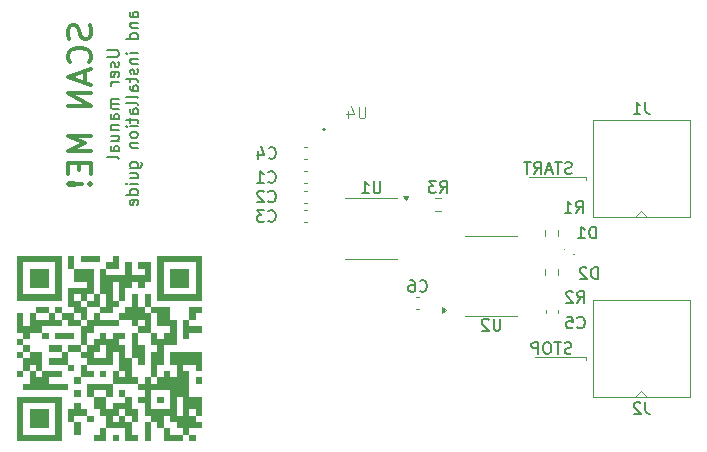
<source format=gbo>
G04 #@! TF.GenerationSoftware,KiCad,Pcbnew,8.0.3*
G04 #@! TF.CreationDate,2024-11-06T17:03:22+01:00*
G04 #@! TF.ProjectId,UNOtdc,554e4f74-6463-42e6-9b69-6361645f7063,1.10*
G04 #@! TF.SameCoordinates,Original*
G04 #@! TF.FileFunction,Legend,Bot*
G04 #@! TF.FilePolarity,Positive*
%FSLAX46Y46*%
G04 Gerber Fmt 4.6, Leading zero omitted, Abs format (unit mm)*
G04 Created by KiCad (PCBNEW 8.0.3) date 2024-11-06 17:03:22*
%MOMM*%
%LPD*%
G01*
G04 APERTURE LIST*
%ADD10C,0.100000*%
%ADD11C,0.300000*%
%ADD12C,0.150000*%
%ADD13C,0.120000*%
%ADD14C,0.000000*%
G04 APERTURE END LIST*
D10*
X122936000Y-78486000D02*
X122936000Y-78232000D01*
X118110000Y-62992000D02*
X122936000Y-62992000D01*
X122936000Y-63246000D02*
X122936000Y-62992000D01*
X118618000Y-78232000D02*
X122936000Y-78232000D01*
D11*
X80924400Y-50108320D02*
X81019638Y-50394034D01*
X81019638Y-50394034D02*
X81019638Y-50870225D01*
X81019638Y-50870225D02*
X80924400Y-51060701D01*
X80924400Y-51060701D02*
X80829161Y-51155939D01*
X80829161Y-51155939D02*
X80638685Y-51251177D01*
X80638685Y-51251177D02*
X80448209Y-51251177D01*
X80448209Y-51251177D02*
X80257733Y-51155939D01*
X80257733Y-51155939D02*
X80162495Y-51060701D01*
X80162495Y-51060701D02*
X80067257Y-50870225D01*
X80067257Y-50870225D02*
X79972019Y-50489272D01*
X79972019Y-50489272D02*
X79876780Y-50298796D01*
X79876780Y-50298796D02*
X79781542Y-50203558D01*
X79781542Y-50203558D02*
X79591066Y-50108320D01*
X79591066Y-50108320D02*
X79400590Y-50108320D01*
X79400590Y-50108320D02*
X79210114Y-50203558D01*
X79210114Y-50203558D02*
X79114876Y-50298796D01*
X79114876Y-50298796D02*
X79019638Y-50489272D01*
X79019638Y-50489272D02*
X79019638Y-50965463D01*
X79019638Y-50965463D02*
X79114876Y-51251177D01*
X80829161Y-53251177D02*
X80924400Y-53155939D01*
X80924400Y-53155939D02*
X81019638Y-52870225D01*
X81019638Y-52870225D02*
X81019638Y-52679749D01*
X81019638Y-52679749D02*
X80924400Y-52394034D01*
X80924400Y-52394034D02*
X80733923Y-52203558D01*
X80733923Y-52203558D02*
X80543447Y-52108320D01*
X80543447Y-52108320D02*
X80162495Y-52013082D01*
X80162495Y-52013082D02*
X79876780Y-52013082D01*
X79876780Y-52013082D02*
X79495828Y-52108320D01*
X79495828Y-52108320D02*
X79305352Y-52203558D01*
X79305352Y-52203558D02*
X79114876Y-52394034D01*
X79114876Y-52394034D02*
X79019638Y-52679749D01*
X79019638Y-52679749D02*
X79019638Y-52870225D01*
X79019638Y-52870225D02*
X79114876Y-53155939D01*
X79114876Y-53155939D02*
X79210114Y-53251177D01*
X80448209Y-54013082D02*
X80448209Y-54965463D01*
X81019638Y-53822606D02*
X79019638Y-54489272D01*
X79019638Y-54489272D02*
X81019638Y-55155939D01*
X81019638Y-55822606D02*
X79019638Y-55822606D01*
X79019638Y-55822606D02*
X81019638Y-56965463D01*
X81019638Y-56965463D02*
X79019638Y-56965463D01*
X81019638Y-59441654D02*
X79019638Y-59441654D01*
X79019638Y-59441654D02*
X80448209Y-60108321D01*
X80448209Y-60108321D02*
X79019638Y-60774987D01*
X79019638Y-60774987D02*
X81019638Y-60774987D01*
X79972019Y-61727368D02*
X79972019Y-62394035D01*
X81019638Y-62679749D02*
X81019638Y-61727368D01*
X81019638Y-61727368D02*
X79019638Y-61727368D01*
X79019638Y-61727368D02*
X79019638Y-62679749D01*
X80829161Y-63536892D02*
X80924400Y-63632130D01*
X80924400Y-63632130D02*
X81019638Y-63536892D01*
X81019638Y-63536892D02*
X80924400Y-63441654D01*
X80924400Y-63441654D02*
X80829161Y-63536892D01*
X80829161Y-63536892D02*
X81019638Y-63536892D01*
X80257733Y-63536892D02*
X79114876Y-63441654D01*
X79114876Y-63441654D02*
X79019638Y-63536892D01*
X79019638Y-63536892D02*
X79114876Y-63632130D01*
X79114876Y-63632130D02*
X80257733Y-63536892D01*
X80257733Y-63536892D02*
X79019638Y-63536892D01*
D12*
X82349875Y-52221428D02*
X83159398Y-52221428D01*
X83159398Y-52221428D02*
X83254636Y-52269047D01*
X83254636Y-52269047D02*
X83302256Y-52316666D01*
X83302256Y-52316666D02*
X83349875Y-52411904D01*
X83349875Y-52411904D02*
X83349875Y-52602380D01*
X83349875Y-52602380D02*
X83302256Y-52697618D01*
X83302256Y-52697618D02*
X83254636Y-52745237D01*
X83254636Y-52745237D02*
X83159398Y-52792856D01*
X83159398Y-52792856D02*
X82349875Y-52792856D01*
X83302256Y-53221428D02*
X83349875Y-53316666D01*
X83349875Y-53316666D02*
X83349875Y-53507142D01*
X83349875Y-53507142D02*
X83302256Y-53602380D01*
X83302256Y-53602380D02*
X83207017Y-53649999D01*
X83207017Y-53649999D02*
X83159398Y-53649999D01*
X83159398Y-53649999D02*
X83064160Y-53602380D01*
X83064160Y-53602380D02*
X83016541Y-53507142D01*
X83016541Y-53507142D02*
X83016541Y-53364285D01*
X83016541Y-53364285D02*
X82968922Y-53269047D01*
X82968922Y-53269047D02*
X82873684Y-53221428D01*
X82873684Y-53221428D02*
X82826065Y-53221428D01*
X82826065Y-53221428D02*
X82730827Y-53269047D01*
X82730827Y-53269047D02*
X82683208Y-53364285D01*
X82683208Y-53364285D02*
X82683208Y-53507142D01*
X82683208Y-53507142D02*
X82730827Y-53602380D01*
X83302256Y-54459523D02*
X83349875Y-54364285D01*
X83349875Y-54364285D02*
X83349875Y-54173809D01*
X83349875Y-54173809D02*
X83302256Y-54078571D01*
X83302256Y-54078571D02*
X83207017Y-54030952D01*
X83207017Y-54030952D02*
X82826065Y-54030952D01*
X82826065Y-54030952D02*
X82730827Y-54078571D01*
X82730827Y-54078571D02*
X82683208Y-54173809D01*
X82683208Y-54173809D02*
X82683208Y-54364285D01*
X82683208Y-54364285D02*
X82730827Y-54459523D01*
X82730827Y-54459523D02*
X82826065Y-54507142D01*
X82826065Y-54507142D02*
X82921303Y-54507142D01*
X82921303Y-54507142D02*
X83016541Y-54030952D01*
X83349875Y-54935714D02*
X82683208Y-54935714D01*
X82873684Y-54935714D02*
X82778446Y-54983333D01*
X82778446Y-54983333D02*
X82730827Y-55030952D01*
X82730827Y-55030952D02*
X82683208Y-55126190D01*
X82683208Y-55126190D02*
X82683208Y-55221428D01*
X83349875Y-56316667D02*
X82683208Y-56316667D01*
X82778446Y-56316667D02*
X82730827Y-56364286D01*
X82730827Y-56364286D02*
X82683208Y-56459524D01*
X82683208Y-56459524D02*
X82683208Y-56602381D01*
X82683208Y-56602381D02*
X82730827Y-56697619D01*
X82730827Y-56697619D02*
X82826065Y-56745238D01*
X82826065Y-56745238D02*
X83349875Y-56745238D01*
X82826065Y-56745238D02*
X82730827Y-56792857D01*
X82730827Y-56792857D02*
X82683208Y-56888095D01*
X82683208Y-56888095D02*
X82683208Y-57030952D01*
X82683208Y-57030952D02*
X82730827Y-57126191D01*
X82730827Y-57126191D02*
X82826065Y-57173810D01*
X82826065Y-57173810D02*
X83349875Y-57173810D01*
X83349875Y-58078571D02*
X82826065Y-58078571D01*
X82826065Y-58078571D02*
X82730827Y-58030952D01*
X82730827Y-58030952D02*
X82683208Y-57935714D01*
X82683208Y-57935714D02*
X82683208Y-57745238D01*
X82683208Y-57745238D02*
X82730827Y-57650000D01*
X83302256Y-58078571D02*
X83349875Y-57983333D01*
X83349875Y-57983333D02*
X83349875Y-57745238D01*
X83349875Y-57745238D02*
X83302256Y-57650000D01*
X83302256Y-57650000D02*
X83207017Y-57602381D01*
X83207017Y-57602381D02*
X83111779Y-57602381D01*
X83111779Y-57602381D02*
X83016541Y-57650000D01*
X83016541Y-57650000D02*
X82968922Y-57745238D01*
X82968922Y-57745238D02*
X82968922Y-57983333D01*
X82968922Y-57983333D02*
X82921303Y-58078571D01*
X82683208Y-58554762D02*
X83349875Y-58554762D01*
X82778446Y-58554762D02*
X82730827Y-58602381D01*
X82730827Y-58602381D02*
X82683208Y-58697619D01*
X82683208Y-58697619D02*
X82683208Y-58840476D01*
X82683208Y-58840476D02*
X82730827Y-58935714D01*
X82730827Y-58935714D02*
X82826065Y-58983333D01*
X82826065Y-58983333D02*
X83349875Y-58983333D01*
X82683208Y-59888095D02*
X83349875Y-59888095D01*
X82683208Y-59459524D02*
X83207017Y-59459524D01*
X83207017Y-59459524D02*
X83302256Y-59507143D01*
X83302256Y-59507143D02*
X83349875Y-59602381D01*
X83349875Y-59602381D02*
X83349875Y-59745238D01*
X83349875Y-59745238D02*
X83302256Y-59840476D01*
X83302256Y-59840476D02*
X83254636Y-59888095D01*
X83349875Y-60792857D02*
X82826065Y-60792857D01*
X82826065Y-60792857D02*
X82730827Y-60745238D01*
X82730827Y-60745238D02*
X82683208Y-60650000D01*
X82683208Y-60650000D02*
X82683208Y-60459524D01*
X82683208Y-60459524D02*
X82730827Y-60364286D01*
X83302256Y-60792857D02*
X83349875Y-60697619D01*
X83349875Y-60697619D02*
X83349875Y-60459524D01*
X83349875Y-60459524D02*
X83302256Y-60364286D01*
X83302256Y-60364286D02*
X83207017Y-60316667D01*
X83207017Y-60316667D02*
X83111779Y-60316667D01*
X83111779Y-60316667D02*
X83016541Y-60364286D01*
X83016541Y-60364286D02*
X82968922Y-60459524D01*
X82968922Y-60459524D02*
X82968922Y-60697619D01*
X82968922Y-60697619D02*
X82921303Y-60792857D01*
X83349875Y-61411905D02*
X83302256Y-61316667D01*
X83302256Y-61316667D02*
X83207017Y-61269048D01*
X83207017Y-61269048D02*
X82349875Y-61269048D01*
X84959819Y-49435713D02*
X84436009Y-49435713D01*
X84436009Y-49435713D02*
X84340771Y-49388094D01*
X84340771Y-49388094D02*
X84293152Y-49292856D01*
X84293152Y-49292856D02*
X84293152Y-49102380D01*
X84293152Y-49102380D02*
X84340771Y-49007142D01*
X84912200Y-49435713D02*
X84959819Y-49340475D01*
X84959819Y-49340475D02*
X84959819Y-49102380D01*
X84959819Y-49102380D02*
X84912200Y-49007142D01*
X84912200Y-49007142D02*
X84816961Y-48959523D01*
X84816961Y-48959523D02*
X84721723Y-48959523D01*
X84721723Y-48959523D02*
X84626485Y-49007142D01*
X84626485Y-49007142D02*
X84578866Y-49102380D01*
X84578866Y-49102380D02*
X84578866Y-49340475D01*
X84578866Y-49340475D02*
X84531247Y-49435713D01*
X84293152Y-49911904D02*
X84959819Y-49911904D01*
X84388390Y-49911904D02*
X84340771Y-49959523D01*
X84340771Y-49959523D02*
X84293152Y-50054761D01*
X84293152Y-50054761D02*
X84293152Y-50197618D01*
X84293152Y-50197618D02*
X84340771Y-50292856D01*
X84340771Y-50292856D02*
X84436009Y-50340475D01*
X84436009Y-50340475D02*
X84959819Y-50340475D01*
X84959819Y-51245237D02*
X83959819Y-51245237D01*
X84912200Y-51245237D02*
X84959819Y-51149999D01*
X84959819Y-51149999D02*
X84959819Y-50959523D01*
X84959819Y-50959523D02*
X84912200Y-50864285D01*
X84912200Y-50864285D02*
X84864580Y-50816666D01*
X84864580Y-50816666D02*
X84769342Y-50769047D01*
X84769342Y-50769047D02*
X84483628Y-50769047D01*
X84483628Y-50769047D02*
X84388390Y-50816666D01*
X84388390Y-50816666D02*
X84340771Y-50864285D01*
X84340771Y-50864285D02*
X84293152Y-50959523D01*
X84293152Y-50959523D02*
X84293152Y-51149999D01*
X84293152Y-51149999D02*
X84340771Y-51245237D01*
X84959819Y-52483333D02*
X84293152Y-52483333D01*
X83959819Y-52483333D02*
X84007438Y-52435714D01*
X84007438Y-52435714D02*
X84055057Y-52483333D01*
X84055057Y-52483333D02*
X84007438Y-52530952D01*
X84007438Y-52530952D02*
X83959819Y-52483333D01*
X83959819Y-52483333D02*
X84055057Y-52483333D01*
X84293152Y-52959523D02*
X84959819Y-52959523D01*
X84388390Y-52959523D02*
X84340771Y-53007142D01*
X84340771Y-53007142D02*
X84293152Y-53102380D01*
X84293152Y-53102380D02*
X84293152Y-53245237D01*
X84293152Y-53245237D02*
X84340771Y-53340475D01*
X84340771Y-53340475D02*
X84436009Y-53388094D01*
X84436009Y-53388094D02*
X84959819Y-53388094D01*
X84912200Y-53816666D02*
X84959819Y-53911904D01*
X84959819Y-53911904D02*
X84959819Y-54102380D01*
X84959819Y-54102380D02*
X84912200Y-54197618D01*
X84912200Y-54197618D02*
X84816961Y-54245237D01*
X84816961Y-54245237D02*
X84769342Y-54245237D01*
X84769342Y-54245237D02*
X84674104Y-54197618D01*
X84674104Y-54197618D02*
X84626485Y-54102380D01*
X84626485Y-54102380D02*
X84626485Y-53959523D01*
X84626485Y-53959523D02*
X84578866Y-53864285D01*
X84578866Y-53864285D02*
X84483628Y-53816666D01*
X84483628Y-53816666D02*
X84436009Y-53816666D01*
X84436009Y-53816666D02*
X84340771Y-53864285D01*
X84340771Y-53864285D02*
X84293152Y-53959523D01*
X84293152Y-53959523D02*
X84293152Y-54102380D01*
X84293152Y-54102380D02*
X84340771Y-54197618D01*
X84293152Y-54530952D02*
X84293152Y-54911904D01*
X83959819Y-54673809D02*
X84816961Y-54673809D01*
X84816961Y-54673809D02*
X84912200Y-54721428D01*
X84912200Y-54721428D02*
X84959819Y-54816666D01*
X84959819Y-54816666D02*
X84959819Y-54911904D01*
X84959819Y-55673809D02*
X84436009Y-55673809D01*
X84436009Y-55673809D02*
X84340771Y-55626190D01*
X84340771Y-55626190D02*
X84293152Y-55530952D01*
X84293152Y-55530952D02*
X84293152Y-55340476D01*
X84293152Y-55340476D02*
X84340771Y-55245238D01*
X84912200Y-55673809D02*
X84959819Y-55578571D01*
X84959819Y-55578571D02*
X84959819Y-55340476D01*
X84959819Y-55340476D02*
X84912200Y-55245238D01*
X84912200Y-55245238D02*
X84816961Y-55197619D01*
X84816961Y-55197619D02*
X84721723Y-55197619D01*
X84721723Y-55197619D02*
X84626485Y-55245238D01*
X84626485Y-55245238D02*
X84578866Y-55340476D01*
X84578866Y-55340476D02*
X84578866Y-55578571D01*
X84578866Y-55578571D02*
X84531247Y-55673809D01*
X84959819Y-56292857D02*
X84912200Y-56197619D01*
X84912200Y-56197619D02*
X84816961Y-56150000D01*
X84816961Y-56150000D02*
X83959819Y-56150000D01*
X84959819Y-56816667D02*
X84912200Y-56721429D01*
X84912200Y-56721429D02*
X84816961Y-56673810D01*
X84816961Y-56673810D02*
X83959819Y-56673810D01*
X84959819Y-57626191D02*
X84436009Y-57626191D01*
X84436009Y-57626191D02*
X84340771Y-57578572D01*
X84340771Y-57578572D02*
X84293152Y-57483334D01*
X84293152Y-57483334D02*
X84293152Y-57292858D01*
X84293152Y-57292858D02*
X84340771Y-57197620D01*
X84912200Y-57626191D02*
X84959819Y-57530953D01*
X84959819Y-57530953D02*
X84959819Y-57292858D01*
X84959819Y-57292858D02*
X84912200Y-57197620D01*
X84912200Y-57197620D02*
X84816961Y-57150001D01*
X84816961Y-57150001D02*
X84721723Y-57150001D01*
X84721723Y-57150001D02*
X84626485Y-57197620D01*
X84626485Y-57197620D02*
X84578866Y-57292858D01*
X84578866Y-57292858D02*
X84578866Y-57530953D01*
X84578866Y-57530953D02*
X84531247Y-57626191D01*
X84293152Y-57959525D02*
X84293152Y-58340477D01*
X83959819Y-58102382D02*
X84816961Y-58102382D01*
X84816961Y-58102382D02*
X84912200Y-58150001D01*
X84912200Y-58150001D02*
X84959819Y-58245239D01*
X84959819Y-58245239D02*
X84959819Y-58340477D01*
X84959819Y-58673811D02*
X84293152Y-58673811D01*
X83959819Y-58673811D02*
X84007438Y-58626192D01*
X84007438Y-58626192D02*
X84055057Y-58673811D01*
X84055057Y-58673811D02*
X84007438Y-58721430D01*
X84007438Y-58721430D02*
X83959819Y-58673811D01*
X83959819Y-58673811D02*
X84055057Y-58673811D01*
X84959819Y-59292858D02*
X84912200Y-59197620D01*
X84912200Y-59197620D02*
X84864580Y-59150001D01*
X84864580Y-59150001D02*
X84769342Y-59102382D01*
X84769342Y-59102382D02*
X84483628Y-59102382D01*
X84483628Y-59102382D02*
X84388390Y-59150001D01*
X84388390Y-59150001D02*
X84340771Y-59197620D01*
X84340771Y-59197620D02*
X84293152Y-59292858D01*
X84293152Y-59292858D02*
X84293152Y-59435715D01*
X84293152Y-59435715D02*
X84340771Y-59530953D01*
X84340771Y-59530953D02*
X84388390Y-59578572D01*
X84388390Y-59578572D02*
X84483628Y-59626191D01*
X84483628Y-59626191D02*
X84769342Y-59626191D01*
X84769342Y-59626191D02*
X84864580Y-59578572D01*
X84864580Y-59578572D02*
X84912200Y-59530953D01*
X84912200Y-59530953D02*
X84959819Y-59435715D01*
X84959819Y-59435715D02*
X84959819Y-59292858D01*
X84293152Y-60054763D02*
X84959819Y-60054763D01*
X84388390Y-60054763D02*
X84340771Y-60102382D01*
X84340771Y-60102382D02*
X84293152Y-60197620D01*
X84293152Y-60197620D02*
X84293152Y-60340477D01*
X84293152Y-60340477D02*
X84340771Y-60435715D01*
X84340771Y-60435715D02*
X84436009Y-60483334D01*
X84436009Y-60483334D02*
X84959819Y-60483334D01*
X84293152Y-62150001D02*
X85102676Y-62150001D01*
X85102676Y-62150001D02*
X85197914Y-62102382D01*
X85197914Y-62102382D02*
X85245533Y-62054763D01*
X85245533Y-62054763D02*
X85293152Y-61959525D01*
X85293152Y-61959525D02*
X85293152Y-61816668D01*
X85293152Y-61816668D02*
X85245533Y-61721430D01*
X84912200Y-62150001D02*
X84959819Y-62054763D01*
X84959819Y-62054763D02*
X84959819Y-61864287D01*
X84959819Y-61864287D02*
X84912200Y-61769049D01*
X84912200Y-61769049D02*
X84864580Y-61721430D01*
X84864580Y-61721430D02*
X84769342Y-61673811D01*
X84769342Y-61673811D02*
X84483628Y-61673811D01*
X84483628Y-61673811D02*
X84388390Y-61721430D01*
X84388390Y-61721430D02*
X84340771Y-61769049D01*
X84340771Y-61769049D02*
X84293152Y-61864287D01*
X84293152Y-61864287D02*
X84293152Y-62054763D01*
X84293152Y-62054763D02*
X84340771Y-62150001D01*
X84293152Y-63054763D02*
X84959819Y-63054763D01*
X84293152Y-62626192D02*
X84816961Y-62626192D01*
X84816961Y-62626192D02*
X84912200Y-62673811D01*
X84912200Y-62673811D02*
X84959819Y-62769049D01*
X84959819Y-62769049D02*
X84959819Y-62911906D01*
X84959819Y-62911906D02*
X84912200Y-63007144D01*
X84912200Y-63007144D02*
X84864580Y-63054763D01*
X84959819Y-63530954D02*
X84293152Y-63530954D01*
X83959819Y-63530954D02*
X84007438Y-63483335D01*
X84007438Y-63483335D02*
X84055057Y-63530954D01*
X84055057Y-63530954D02*
X84007438Y-63578573D01*
X84007438Y-63578573D02*
X83959819Y-63530954D01*
X83959819Y-63530954D02*
X84055057Y-63530954D01*
X84959819Y-64435715D02*
X83959819Y-64435715D01*
X84912200Y-64435715D02*
X84959819Y-64340477D01*
X84959819Y-64340477D02*
X84959819Y-64150001D01*
X84959819Y-64150001D02*
X84912200Y-64054763D01*
X84912200Y-64054763D02*
X84864580Y-64007144D01*
X84864580Y-64007144D02*
X84769342Y-63959525D01*
X84769342Y-63959525D02*
X84483628Y-63959525D01*
X84483628Y-63959525D02*
X84388390Y-64007144D01*
X84388390Y-64007144D02*
X84340771Y-64054763D01*
X84340771Y-64054763D02*
X84293152Y-64150001D01*
X84293152Y-64150001D02*
X84293152Y-64340477D01*
X84293152Y-64340477D02*
X84340771Y-64435715D01*
X84912200Y-65292858D02*
X84959819Y-65197620D01*
X84959819Y-65197620D02*
X84959819Y-65007144D01*
X84959819Y-65007144D02*
X84912200Y-64911906D01*
X84912200Y-64911906D02*
X84816961Y-64864287D01*
X84816961Y-64864287D02*
X84436009Y-64864287D01*
X84436009Y-64864287D02*
X84340771Y-64911906D01*
X84340771Y-64911906D02*
X84293152Y-65007144D01*
X84293152Y-65007144D02*
X84293152Y-65197620D01*
X84293152Y-65197620D02*
X84340771Y-65292858D01*
X84340771Y-65292858D02*
X84436009Y-65340477D01*
X84436009Y-65340477D02*
X84531247Y-65340477D01*
X84531247Y-65340477D02*
X84626485Y-64864287D01*
X127928333Y-56604819D02*
X127928333Y-57319104D01*
X127928333Y-57319104D02*
X127975952Y-57461961D01*
X127975952Y-57461961D02*
X128071190Y-57557200D01*
X128071190Y-57557200D02*
X128214047Y-57604819D01*
X128214047Y-57604819D02*
X128309285Y-57604819D01*
X126928333Y-57604819D02*
X127499761Y-57604819D01*
X127214047Y-57604819D02*
X127214047Y-56604819D01*
X127214047Y-56604819D02*
X127309285Y-56747676D01*
X127309285Y-56747676D02*
X127404523Y-56842914D01*
X127404523Y-56842914D02*
X127499761Y-56890533D01*
X121697190Y-62637200D02*
X121554333Y-62684819D01*
X121554333Y-62684819D02*
X121316238Y-62684819D01*
X121316238Y-62684819D02*
X121221000Y-62637200D01*
X121221000Y-62637200D02*
X121173381Y-62589580D01*
X121173381Y-62589580D02*
X121125762Y-62494342D01*
X121125762Y-62494342D02*
X121125762Y-62399104D01*
X121125762Y-62399104D02*
X121173381Y-62303866D01*
X121173381Y-62303866D02*
X121221000Y-62256247D01*
X121221000Y-62256247D02*
X121316238Y-62208628D01*
X121316238Y-62208628D02*
X121506714Y-62161009D01*
X121506714Y-62161009D02*
X121601952Y-62113390D01*
X121601952Y-62113390D02*
X121649571Y-62065771D01*
X121649571Y-62065771D02*
X121697190Y-61970533D01*
X121697190Y-61970533D02*
X121697190Y-61875295D01*
X121697190Y-61875295D02*
X121649571Y-61780057D01*
X121649571Y-61780057D02*
X121601952Y-61732438D01*
X121601952Y-61732438D02*
X121506714Y-61684819D01*
X121506714Y-61684819D02*
X121268619Y-61684819D01*
X121268619Y-61684819D02*
X121125762Y-61732438D01*
X120840047Y-61684819D02*
X120268619Y-61684819D01*
X120554333Y-62684819D02*
X120554333Y-61684819D01*
X119982904Y-62399104D02*
X119506714Y-62399104D01*
X120078142Y-62684819D02*
X119744809Y-61684819D01*
X119744809Y-61684819D02*
X119411476Y-62684819D01*
X118506714Y-62684819D02*
X118840047Y-62208628D01*
X119078142Y-62684819D02*
X119078142Y-61684819D01*
X119078142Y-61684819D02*
X118697190Y-61684819D01*
X118697190Y-61684819D02*
X118601952Y-61732438D01*
X118601952Y-61732438D02*
X118554333Y-61780057D01*
X118554333Y-61780057D02*
X118506714Y-61875295D01*
X118506714Y-61875295D02*
X118506714Y-62018152D01*
X118506714Y-62018152D02*
X118554333Y-62113390D01*
X118554333Y-62113390D02*
X118601952Y-62161009D01*
X118601952Y-62161009D02*
X118697190Y-62208628D01*
X118697190Y-62208628D02*
X119078142Y-62208628D01*
X118220999Y-61684819D02*
X117649571Y-61684819D01*
X117935285Y-62684819D02*
X117935285Y-61684819D01*
X123888094Y-71574819D02*
X123888094Y-70574819D01*
X123888094Y-70574819D02*
X123649999Y-70574819D01*
X123649999Y-70574819D02*
X123507142Y-70622438D01*
X123507142Y-70622438D02*
X123411904Y-70717676D01*
X123411904Y-70717676D02*
X123364285Y-70812914D01*
X123364285Y-70812914D02*
X123316666Y-71003390D01*
X123316666Y-71003390D02*
X123316666Y-71146247D01*
X123316666Y-71146247D02*
X123364285Y-71336723D01*
X123364285Y-71336723D02*
X123411904Y-71431961D01*
X123411904Y-71431961D02*
X123507142Y-71527200D01*
X123507142Y-71527200D02*
X123649999Y-71574819D01*
X123649999Y-71574819D02*
X123888094Y-71574819D01*
X122935713Y-70670057D02*
X122888094Y-70622438D01*
X122888094Y-70622438D02*
X122792856Y-70574819D01*
X122792856Y-70574819D02*
X122554761Y-70574819D01*
X122554761Y-70574819D02*
X122459523Y-70622438D01*
X122459523Y-70622438D02*
X122411904Y-70670057D01*
X122411904Y-70670057D02*
X122364285Y-70765295D01*
X122364285Y-70765295D02*
X122364285Y-70860533D01*
X122364285Y-70860533D02*
X122411904Y-71003390D01*
X122411904Y-71003390D02*
X122983332Y-71574819D01*
X122983332Y-71574819D02*
X122364285Y-71574819D01*
X96011666Y-65002580D02*
X96059285Y-65050200D01*
X96059285Y-65050200D02*
X96202142Y-65097819D01*
X96202142Y-65097819D02*
X96297380Y-65097819D01*
X96297380Y-65097819D02*
X96440237Y-65050200D01*
X96440237Y-65050200D02*
X96535475Y-64954961D01*
X96535475Y-64954961D02*
X96583094Y-64859723D01*
X96583094Y-64859723D02*
X96630713Y-64669247D01*
X96630713Y-64669247D02*
X96630713Y-64526390D01*
X96630713Y-64526390D02*
X96583094Y-64335914D01*
X96583094Y-64335914D02*
X96535475Y-64240676D01*
X96535475Y-64240676D02*
X96440237Y-64145438D01*
X96440237Y-64145438D02*
X96297380Y-64097819D01*
X96297380Y-64097819D02*
X96202142Y-64097819D01*
X96202142Y-64097819D02*
X96059285Y-64145438D01*
X96059285Y-64145438D02*
X96011666Y-64193057D01*
X95630713Y-64193057D02*
X95583094Y-64145438D01*
X95583094Y-64145438D02*
X95487856Y-64097819D01*
X95487856Y-64097819D02*
X95249761Y-64097819D01*
X95249761Y-64097819D02*
X95154523Y-64145438D01*
X95154523Y-64145438D02*
X95106904Y-64193057D01*
X95106904Y-64193057D02*
X95059285Y-64288295D01*
X95059285Y-64288295D02*
X95059285Y-64383533D01*
X95059285Y-64383533D02*
X95106904Y-64526390D01*
X95106904Y-64526390D02*
X95678332Y-65097819D01*
X95678332Y-65097819D02*
X95059285Y-65097819D01*
X96011666Y-63351580D02*
X96059285Y-63399200D01*
X96059285Y-63399200D02*
X96202142Y-63446819D01*
X96202142Y-63446819D02*
X96297380Y-63446819D01*
X96297380Y-63446819D02*
X96440237Y-63399200D01*
X96440237Y-63399200D02*
X96535475Y-63303961D01*
X96535475Y-63303961D02*
X96583094Y-63208723D01*
X96583094Y-63208723D02*
X96630713Y-63018247D01*
X96630713Y-63018247D02*
X96630713Y-62875390D01*
X96630713Y-62875390D02*
X96583094Y-62684914D01*
X96583094Y-62684914D02*
X96535475Y-62589676D01*
X96535475Y-62589676D02*
X96440237Y-62494438D01*
X96440237Y-62494438D02*
X96297380Y-62446819D01*
X96297380Y-62446819D02*
X96202142Y-62446819D01*
X96202142Y-62446819D02*
X96059285Y-62494438D01*
X96059285Y-62494438D02*
X96011666Y-62542057D01*
X95059285Y-63446819D02*
X95630713Y-63446819D01*
X95344999Y-63446819D02*
X95344999Y-62446819D01*
X95344999Y-62446819D02*
X95440237Y-62589676D01*
X95440237Y-62589676D02*
X95535475Y-62684914D01*
X95535475Y-62684914D02*
X95630713Y-62732533D01*
X127928333Y-82004819D02*
X127928333Y-82719104D01*
X127928333Y-82719104D02*
X127975952Y-82861961D01*
X127975952Y-82861961D02*
X128071190Y-82957200D01*
X128071190Y-82957200D02*
X128214047Y-83004819D01*
X128214047Y-83004819D02*
X128309285Y-83004819D01*
X127499761Y-82100057D02*
X127452142Y-82052438D01*
X127452142Y-82052438D02*
X127356904Y-82004819D01*
X127356904Y-82004819D02*
X127118809Y-82004819D01*
X127118809Y-82004819D02*
X127023571Y-82052438D01*
X127023571Y-82052438D02*
X126975952Y-82100057D01*
X126975952Y-82100057D02*
X126928333Y-82195295D01*
X126928333Y-82195295D02*
X126928333Y-82290533D01*
X126928333Y-82290533D02*
X126975952Y-82433390D01*
X126975952Y-82433390D02*
X127547380Y-83004819D01*
X127547380Y-83004819D02*
X126928333Y-83004819D01*
X121665475Y-77877200D02*
X121522618Y-77924819D01*
X121522618Y-77924819D02*
X121284523Y-77924819D01*
X121284523Y-77924819D02*
X121189285Y-77877200D01*
X121189285Y-77877200D02*
X121141666Y-77829580D01*
X121141666Y-77829580D02*
X121094047Y-77734342D01*
X121094047Y-77734342D02*
X121094047Y-77639104D01*
X121094047Y-77639104D02*
X121141666Y-77543866D01*
X121141666Y-77543866D02*
X121189285Y-77496247D01*
X121189285Y-77496247D02*
X121284523Y-77448628D01*
X121284523Y-77448628D02*
X121474999Y-77401009D01*
X121474999Y-77401009D02*
X121570237Y-77353390D01*
X121570237Y-77353390D02*
X121617856Y-77305771D01*
X121617856Y-77305771D02*
X121665475Y-77210533D01*
X121665475Y-77210533D02*
X121665475Y-77115295D01*
X121665475Y-77115295D02*
X121617856Y-77020057D01*
X121617856Y-77020057D02*
X121570237Y-76972438D01*
X121570237Y-76972438D02*
X121474999Y-76924819D01*
X121474999Y-76924819D02*
X121236904Y-76924819D01*
X121236904Y-76924819D02*
X121094047Y-76972438D01*
X120808332Y-76924819D02*
X120236904Y-76924819D01*
X120522618Y-77924819D02*
X120522618Y-76924819D01*
X119713094Y-76924819D02*
X119522618Y-76924819D01*
X119522618Y-76924819D02*
X119427380Y-76972438D01*
X119427380Y-76972438D02*
X119332142Y-77067676D01*
X119332142Y-77067676D02*
X119284523Y-77258152D01*
X119284523Y-77258152D02*
X119284523Y-77591485D01*
X119284523Y-77591485D02*
X119332142Y-77781961D01*
X119332142Y-77781961D02*
X119427380Y-77877200D01*
X119427380Y-77877200D02*
X119522618Y-77924819D01*
X119522618Y-77924819D02*
X119713094Y-77924819D01*
X119713094Y-77924819D02*
X119808332Y-77877200D01*
X119808332Y-77877200D02*
X119903570Y-77781961D01*
X119903570Y-77781961D02*
X119951189Y-77591485D01*
X119951189Y-77591485D02*
X119951189Y-77258152D01*
X119951189Y-77258152D02*
X119903570Y-77067676D01*
X119903570Y-77067676D02*
X119808332Y-76972438D01*
X119808332Y-76972438D02*
X119713094Y-76924819D01*
X118855951Y-77924819D02*
X118855951Y-76924819D01*
X118855951Y-76924819D02*
X118474999Y-76924819D01*
X118474999Y-76924819D02*
X118379761Y-76972438D01*
X118379761Y-76972438D02*
X118332142Y-77020057D01*
X118332142Y-77020057D02*
X118284523Y-77115295D01*
X118284523Y-77115295D02*
X118284523Y-77258152D01*
X118284523Y-77258152D02*
X118332142Y-77353390D01*
X118332142Y-77353390D02*
X118379761Y-77401009D01*
X118379761Y-77401009D02*
X118474999Y-77448628D01*
X118474999Y-77448628D02*
X118855951Y-77448628D01*
X123761094Y-68145819D02*
X123761094Y-67145819D01*
X123761094Y-67145819D02*
X123522999Y-67145819D01*
X123522999Y-67145819D02*
X123380142Y-67193438D01*
X123380142Y-67193438D02*
X123284904Y-67288676D01*
X123284904Y-67288676D02*
X123237285Y-67383914D01*
X123237285Y-67383914D02*
X123189666Y-67574390D01*
X123189666Y-67574390D02*
X123189666Y-67717247D01*
X123189666Y-67717247D02*
X123237285Y-67907723D01*
X123237285Y-67907723D02*
X123284904Y-68002961D01*
X123284904Y-68002961D02*
X123380142Y-68098200D01*
X123380142Y-68098200D02*
X123522999Y-68145819D01*
X123522999Y-68145819D02*
X123761094Y-68145819D01*
X122237285Y-68145819D02*
X122808713Y-68145819D01*
X122522999Y-68145819D02*
X122522999Y-67145819D01*
X122522999Y-67145819D02*
X122618237Y-67288676D01*
X122618237Y-67288676D02*
X122713475Y-67383914D01*
X122713475Y-67383914D02*
X122808713Y-67431533D01*
X96026266Y-61319580D02*
X96073885Y-61367200D01*
X96073885Y-61367200D02*
X96216742Y-61414819D01*
X96216742Y-61414819D02*
X96311980Y-61414819D01*
X96311980Y-61414819D02*
X96454837Y-61367200D01*
X96454837Y-61367200D02*
X96550075Y-61271961D01*
X96550075Y-61271961D02*
X96597694Y-61176723D01*
X96597694Y-61176723D02*
X96645313Y-60986247D01*
X96645313Y-60986247D02*
X96645313Y-60843390D01*
X96645313Y-60843390D02*
X96597694Y-60652914D01*
X96597694Y-60652914D02*
X96550075Y-60557676D01*
X96550075Y-60557676D02*
X96454837Y-60462438D01*
X96454837Y-60462438D02*
X96311980Y-60414819D01*
X96311980Y-60414819D02*
X96216742Y-60414819D01*
X96216742Y-60414819D02*
X96073885Y-60462438D01*
X96073885Y-60462438D02*
X96026266Y-60510057D01*
X95169123Y-60748152D02*
X95169123Y-61414819D01*
X95407218Y-60367200D02*
X95645313Y-61081485D01*
X95645313Y-61081485D02*
X95026266Y-61081485D01*
X122173666Y-75670580D02*
X122221285Y-75718200D01*
X122221285Y-75718200D02*
X122364142Y-75765819D01*
X122364142Y-75765819D02*
X122459380Y-75765819D01*
X122459380Y-75765819D02*
X122602237Y-75718200D01*
X122602237Y-75718200D02*
X122697475Y-75622961D01*
X122697475Y-75622961D02*
X122745094Y-75527723D01*
X122745094Y-75527723D02*
X122792713Y-75337247D01*
X122792713Y-75337247D02*
X122792713Y-75194390D01*
X122792713Y-75194390D02*
X122745094Y-75003914D01*
X122745094Y-75003914D02*
X122697475Y-74908676D01*
X122697475Y-74908676D02*
X122602237Y-74813438D01*
X122602237Y-74813438D02*
X122459380Y-74765819D01*
X122459380Y-74765819D02*
X122364142Y-74765819D01*
X122364142Y-74765819D02*
X122221285Y-74813438D01*
X122221285Y-74813438D02*
X122173666Y-74861057D01*
X121268904Y-74765819D02*
X121745094Y-74765819D01*
X121745094Y-74765819D02*
X121792713Y-75242009D01*
X121792713Y-75242009D02*
X121745094Y-75194390D01*
X121745094Y-75194390D02*
X121649856Y-75146771D01*
X121649856Y-75146771D02*
X121411761Y-75146771D01*
X121411761Y-75146771D02*
X121316523Y-75194390D01*
X121316523Y-75194390D02*
X121268904Y-75242009D01*
X121268904Y-75242009D02*
X121221285Y-75337247D01*
X121221285Y-75337247D02*
X121221285Y-75575342D01*
X121221285Y-75575342D02*
X121268904Y-75670580D01*
X121268904Y-75670580D02*
X121316523Y-75718200D01*
X121316523Y-75718200D02*
X121411761Y-75765819D01*
X121411761Y-75765819D02*
X121649856Y-75765819D01*
X121649856Y-75765819D02*
X121745094Y-75718200D01*
X121745094Y-75718200D02*
X121792713Y-75670580D01*
X110552666Y-64302819D02*
X110885999Y-63826628D01*
X111124094Y-64302819D02*
X111124094Y-63302819D01*
X111124094Y-63302819D02*
X110743142Y-63302819D01*
X110743142Y-63302819D02*
X110647904Y-63350438D01*
X110647904Y-63350438D02*
X110600285Y-63398057D01*
X110600285Y-63398057D02*
X110552666Y-63493295D01*
X110552666Y-63493295D02*
X110552666Y-63636152D01*
X110552666Y-63636152D02*
X110600285Y-63731390D01*
X110600285Y-63731390D02*
X110647904Y-63779009D01*
X110647904Y-63779009D02*
X110743142Y-63826628D01*
X110743142Y-63826628D02*
X111124094Y-63826628D01*
X110219332Y-63302819D02*
X109600285Y-63302819D01*
X109600285Y-63302819D02*
X109933618Y-63683771D01*
X109933618Y-63683771D02*
X109790761Y-63683771D01*
X109790761Y-63683771D02*
X109695523Y-63731390D01*
X109695523Y-63731390D02*
X109647904Y-63779009D01*
X109647904Y-63779009D02*
X109600285Y-63874247D01*
X109600285Y-63874247D02*
X109600285Y-64112342D01*
X109600285Y-64112342D02*
X109647904Y-64207580D01*
X109647904Y-64207580D02*
X109695523Y-64255200D01*
X109695523Y-64255200D02*
X109790761Y-64302819D01*
X109790761Y-64302819D02*
X110076475Y-64302819D01*
X110076475Y-64302819D02*
X110171713Y-64255200D01*
X110171713Y-64255200D02*
X110219332Y-64207580D01*
D10*
X104226904Y-56988419D02*
X104226904Y-57797942D01*
X104226904Y-57797942D02*
X104179285Y-57893180D01*
X104179285Y-57893180D02*
X104131666Y-57940800D01*
X104131666Y-57940800D02*
X104036428Y-57988419D01*
X104036428Y-57988419D02*
X103845952Y-57988419D01*
X103845952Y-57988419D02*
X103750714Y-57940800D01*
X103750714Y-57940800D02*
X103703095Y-57893180D01*
X103703095Y-57893180D02*
X103655476Y-57797942D01*
X103655476Y-57797942D02*
X103655476Y-56988419D01*
X102750714Y-57321752D02*
X102750714Y-57988419D01*
X102988809Y-56940800D02*
X103226904Y-57655085D01*
X103226904Y-57655085D02*
X102607857Y-57655085D01*
D12*
X108825666Y-72589580D02*
X108873285Y-72637200D01*
X108873285Y-72637200D02*
X109016142Y-72684819D01*
X109016142Y-72684819D02*
X109111380Y-72684819D01*
X109111380Y-72684819D02*
X109254237Y-72637200D01*
X109254237Y-72637200D02*
X109349475Y-72541961D01*
X109349475Y-72541961D02*
X109397094Y-72446723D01*
X109397094Y-72446723D02*
X109444713Y-72256247D01*
X109444713Y-72256247D02*
X109444713Y-72113390D01*
X109444713Y-72113390D02*
X109397094Y-71922914D01*
X109397094Y-71922914D02*
X109349475Y-71827676D01*
X109349475Y-71827676D02*
X109254237Y-71732438D01*
X109254237Y-71732438D02*
X109111380Y-71684819D01*
X109111380Y-71684819D02*
X109016142Y-71684819D01*
X109016142Y-71684819D02*
X108873285Y-71732438D01*
X108873285Y-71732438D02*
X108825666Y-71780057D01*
X107968523Y-71684819D02*
X108158999Y-71684819D01*
X108158999Y-71684819D02*
X108254237Y-71732438D01*
X108254237Y-71732438D02*
X108301856Y-71780057D01*
X108301856Y-71780057D02*
X108397094Y-71922914D01*
X108397094Y-71922914D02*
X108444713Y-72113390D01*
X108444713Y-72113390D02*
X108444713Y-72494342D01*
X108444713Y-72494342D02*
X108397094Y-72589580D01*
X108397094Y-72589580D02*
X108349475Y-72637200D01*
X108349475Y-72637200D02*
X108254237Y-72684819D01*
X108254237Y-72684819D02*
X108063761Y-72684819D01*
X108063761Y-72684819D02*
X107968523Y-72637200D01*
X107968523Y-72637200D02*
X107920904Y-72589580D01*
X107920904Y-72589580D02*
X107873285Y-72494342D01*
X107873285Y-72494342D02*
X107873285Y-72256247D01*
X107873285Y-72256247D02*
X107920904Y-72161009D01*
X107920904Y-72161009D02*
X107968523Y-72113390D01*
X107968523Y-72113390D02*
X108063761Y-72065771D01*
X108063761Y-72065771D02*
X108254237Y-72065771D01*
X108254237Y-72065771D02*
X108349475Y-72113390D01*
X108349475Y-72113390D02*
X108397094Y-72161009D01*
X108397094Y-72161009D02*
X108444713Y-72256247D01*
X96011666Y-66653580D02*
X96059285Y-66701200D01*
X96059285Y-66701200D02*
X96202142Y-66748819D01*
X96202142Y-66748819D02*
X96297380Y-66748819D01*
X96297380Y-66748819D02*
X96440237Y-66701200D01*
X96440237Y-66701200D02*
X96535475Y-66605961D01*
X96535475Y-66605961D02*
X96583094Y-66510723D01*
X96583094Y-66510723D02*
X96630713Y-66320247D01*
X96630713Y-66320247D02*
X96630713Y-66177390D01*
X96630713Y-66177390D02*
X96583094Y-65986914D01*
X96583094Y-65986914D02*
X96535475Y-65891676D01*
X96535475Y-65891676D02*
X96440237Y-65796438D01*
X96440237Y-65796438D02*
X96297380Y-65748819D01*
X96297380Y-65748819D02*
X96202142Y-65748819D01*
X96202142Y-65748819D02*
X96059285Y-65796438D01*
X96059285Y-65796438D02*
X96011666Y-65844057D01*
X95678332Y-65748819D02*
X95059285Y-65748819D01*
X95059285Y-65748819D02*
X95392618Y-66129771D01*
X95392618Y-66129771D02*
X95249761Y-66129771D01*
X95249761Y-66129771D02*
X95154523Y-66177390D01*
X95154523Y-66177390D02*
X95106904Y-66225009D01*
X95106904Y-66225009D02*
X95059285Y-66320247D01*
X95059285Y-66320247D02*
X95059285Y-66558342D01*
X95059285Y-66558342D02*
X95106904Y-66653580D01*
X95106904Y-66653580D02*
X95154523Y-66701200D01*
X95154523Y-66701200D02*
X95249761Y-66748819D01*
X95249761Y-66748819D02*
X95535475Y-66748819D01*
X95535475Y-66748819D02*
X95630713Y-66701200D01*
X95630713Y-66701200D02*
X95678332Y-66653580D01*
X122046666Y-65986819D02*
X122379999Y-65510628D01*
X122618094Y-65986819D02*
X122618094Y-64986819D01*
X122618094Y-64986819D02*
X122237142Y-64986819D01*
X122237142Y-64986819D02*
X122141904Y-65034438D01*
X122141904Y-65034438D02*
X122094285Y-65082057D01*
X122094285Y-65082057D02*
X122046666Y-65177295D01*
X122046666Y-65177295D02*
X122046666Y-65320152D01*
X122046666Y-65320152D02*
X122094285Y-65415390D01*
X122094285Y-65415390D02*
X122141904Y-65463009D01*
X122141904Y-65463009D02*
X122237142Y-65510628D01*
X122237142Y-65510628D02*
X122618094Y-65510628D01*
X121094285Y-65986819D02*
X121665713Y-65986819D01*
X121379999Y-65986819D02*
X121379999Y-64986819D01*
X121379999Y-64986819D02*
X121475237Y-65129676D01*
X121475237Y-65129676D02*
X121570475Y-65224914D01*
X121570475Y-65224914D02*
X121665713Y-65272533D01*
X115656904Y-74957819D02*
X115656904Y-75767342D01*
X115656904Y-75767342D02*
X115609285Y-75862580D01*
X115609285Y-75862580D02*
X115561666Y-75910200D01*
X115561666Y-75910200D02*
X115466428Y-75957819D01*
X115466428Y-75957819D02*
X115275952Y-75957819D01*
X115275952Y-75957819D02*
X115180714Y-75910200D01*
X115180714Y-75910200D02*
X115133095Y-75862580D01*
X115133095Y-75862580D02*
X115085476Y-75767342D01*
X115085476Y-75767342D02*
X115085476Y-74957819D01*
X114656904Y-75053057D02*
X114609285Y-75005438D01*
X114609285Y-75005438D02*
X114514047Y-74957819D01*
X114514047Y-74957819D02*
X114275952Y-74957819D01*
X114275952Y-74957819D02*
X114180714Y-75005438D01*
X114180714Y-75005438D02*
X114133095Y-75053057D01*
X114133095Y-75053057D02*
X114085476Y-75148295D01*
X114085476Y-75148295D02*
X114085476Y-75243533D01*
X114085476Y-75243533D02*
X114133095Y-75386390D01*
X114133095Y-75386390D02*
X114704523Y-75957819D01*
X114704523Y-75957819D02*
X114085476Y-75957819D01*
X105496904Y-63314819D02*
X105496904Y-64124342D01*
X105496904Y-64124342D02*
X105449285Y-64219580D01*
X105449285Y-64219580D02*
X105401666Y-64267200D01*
X105401666Y-64267200D02*
X105306428Y-64314819D01*
X105306428Y-64314819D02*
X105115952Y-64314819D01*
X105115952Y-64314819D02*
X105020714Y-64267200D01*
X105020714Y-64267200D02*
X104973095Y-64219580D01*
X104973095Y-64219580D02*
X104925476Y-64124342D01*
X104925476Y-64124342D02*
X104925476Y-63314819D01*
X103925476Y-64314819D02*
X104496904Y-64314819D01*
X104211190Y-64314819D02*
X104211190Y-63314819D01*
X104211190Y-63314819D02*
X104306428Y-63457676D01*
X104306428Y-63457676D02*
X104401666Y-63552914D01*
X104401666Y-63552914D02*
X104496904Y-63600533D01*
X122173666Y-73606819D02*
X122506999Y-73130628D01*
X122745094Y-73606819D02*
X122745094Y-72606819D01*
X122745094Y-72606819D02*
X122364142Y-72606819D01*
X122364142Y-72606819D02*
X122268904Y-72654438D01*
X122268904Y-72654438D02*
X122221285Y-72702057D01*
X122221285Y-72702057D02*
X122173666Y-72797295D01*
X122173666Y-72797295D02*
X122173666Y-72940152D01*
X122173666Y-72940152D02*
X122221285Y-73035390D01*
X122221285Y-73035390D02*
X122268904Y-73083009D01*
X122268904Y-73083009D02*
X122364142Y-73130628D01*
X122364142Y-73130628D02*
X122745094Y-73130628D01*
X121792713Y-72702057D02*
X121745094Y-72654438D01*
X121745094Y-72654438D02*
X121649856Y-72606819D01*
X121649856Y-72606819D02*
X121411761Y-72606819D01*
X121411761Y-72606819D02*
X121316523Y-72654438D01*
X121316523Y-72654438D02*
X121268904Y-72702057D01*
X121268904Y-72702057D02*
X121221285Y-72797295D01*
X121221285Y-72797295D02*
X121221285Y-72892533D01*
X121221285Y-72892533D02*
X121268904Y-73035390D01*
X121268904Y-73035390D02*
X121840332Y-73606819D01*
X121840332Y-73606819D02*
X121221285Y-73606819D01*
D13*
X123495000Y-58130000D02*
X123495000Y-66330000D01*
X123495000Y-58130000D02*
X131695000Y-58130000D01*
X123495000Y-66330000D02*
X131695000Y-66330000D01*
X127595000Y-65830000D02*
X127095000Y-66330000D01*
X128095000Y-66330000D02*
X127595000Y-65830000D01*
X131695000Y-58130000D02*
X131695000Y-66330000D01*
D10*
X121949000Y-69539000D02*
G75*
G02*
X121849000Y-69539000I-50000J0D01*
G01*
X121849000Y-69539000D02*
G75*
G02*
X121949000Y-69539000I50000J0D01*
G01*
D13*
X99287580Y-64133000D02*
X99006420Y-64133000D01*
X99287580Y-65153000D02*
X99006420Y-65153000D01*
X99287580Y-62482000D02*
X99006420Y-62482000D01*
X99287580Y-63502000D02*
X99006420Y-63502000D01*
X123495000Y-73370000D02*
X123495000Y-81570000D01*
X123495000Y-73370000D02*
X131695000Y-73370000D01*
X123495000Y-81570000D02*
X131695000Y-81570000D01*
X127595000Y-81070000D02*
X127095000Y-81570000D01*
X128095000Y-81570000D02*
X127595000Y-81070000D01*
X131695000Y-73370000D02*
X131695000Y-81570000D01*
D10*
X121149000Y-69122000D02*
G75*
G02*
X121049000Y-69122000I-50000J0D01*
G01*
X121049000Y-69122000D02*
G75*
G02*
X121149000Y-69122000I50000J0D01*
G01*
D13*
X99006420Y-60450000D02*
X99287580Y-60450000D01*
X99006420Y-61470000D02*
X99287580Y-61470000D01*
X119515800Y-74473980D02*
X119515800Y-74192820D01*
X120535800Y-74473980D02*
X120535800Y-74192820D01*
X110148742Y-64755500D02*
X110623258Y-64755500D01*
X110148742Y-65800500D02*
X110623258Y-65800500D01*
D14*
G36*
X77422402Y-71531073D02*
G01*
X77422402Y-72342402D01*
X76611073Y-72342402D01*
X75799745Y-72342402D01*
X75799745Y-71531073D01*
X75799745Y-70719745D01*
X76611073Y-70719745D01*
X77422402Y-70719745D01*
X77422402Y-71531073D01*
G37*
G36*
X77422402Y-83430562D02*
G01*
X77422402Y-84241891D01*
X76611073Y-84241891D01*
X75799745Y-84241891D01*
X75799745Y-83430562D01*
X75799745Y-82619234D01*
X76611073Y-82619234D01*
X77422402Y-82619234D01*
X77422402Y-83430562D01*
G37*
G36*
X77422402Y-76399046D02*
G01*
X77422402Y-76669489D01*
X77151959Y-76669489D01*
X76881516Y-76669489D01*
X76881516Y-76399046D01*
X76881516Y-76128603D01*
X77151959Y-76128603D01*
X77422402Y-76128603D01*
X77422402Y-76399046D01*
G37*
G36*
X79585946Y-76399046D02*
G01*
X79585946Y-76669489D01*
X78774617Y-76669489D01*
X77963288Y-76669489D01*
X77963288Y-76399046D01*
X77963288Y-76128603D01*
X78774617Y-76128603D01*
X79585946Y-76128603D01*
X79585946Y-76399046D01*
G37*
G36*
X79585946Y-70178859D02*
G01*
X79585946Y-70719745D01*
X79315503Y-70719745D01*
X79045060Y-70719745D01*
X79045060Y-70178859D01*
X79045060Y-69637973D01*
X79315503Y-69637973D01*
X79585946Y-69637973D01*
X79585946Y-70178859D01*
G37*
G36*
X79585946Y-79103475D02*
G01*
X79585946Y-79373918D01*
X79315503Y-79373918D01*
X79045060Y-79373918D01*
X79045060Y-79103475D01*
X79045060Y-78833033D01*
X79315503Y-78833033D01*
X79585946Y-78833033D01*
X79585946Y-79103475D01*
G37*
G36*
X80126832Y-81267019D02*
G01*
X80126832Y-81537462D01*
X79856389Y-81537462D01*
X79585946Y-81537462D01*
X79585946Y-81267019D01*
X79585946Y-80996576D01*
X79856389Y-80996576D01*
X80126832Y-80996576D01*
X80126832Y-81267019D01*
G37*
G36*
X80126832Y-84241891D02*
G01*
X80126832Y-84782777D01*
X79856389Y-84782777D01*
X79585946Y-84782777D01*
X79585946Y-84241891D01*
X79585946Y-83701005D01*
X79856389Y-83701005D01*
X80126832Y-83701005D01*
X80126832Y-84241891D01*
G37*
G36*
X81749489Y-69908416D02*
G01*
X81749489Y-70178859D01*
X80938160Y-70178859D01*
X80126832Y-70178859D01*
X80126832Y-69908416D01*
X80126832Y-69637973D01*
X80938160Y-69637973D01*
X81749489Y-69637973D01*
X81749489Y-69908416D01*
G37*
G36*
X81208603Y-83430562D02*
G01*
X81208603Y-83701005D01*
X80938160Y-83701005D01*
X80667717Y-83701005D01*
X80667717Y-83430562D01*
X80667717Y-83160119D01*
X80938160Y-83160119D01*
X81208603Y-83160119D01*
X81208603Y-83430562D01*
G37*
G36*
X82290375Y-79644361D02*
G01*
X82290375Y-79914804D01*
X82019932Y-79914804D01*
X81749489Y-79914804D01*
X81749489Y-79644361D01*
X81749489Y-79373918D01*
X82019932Y-79373918D01*
X82290375Y-79373918D01*
X82290375Y-79644361D01*
G37*
G36*
X83372147Y-85053220D02*
G01*
X83372147Y-85323663D01*
X83101704Y-85323663D01*
X82831261Y-85323663D01*
X82831261Y-85053220D01*
X82831261Y-84782777D01*
X83101704Y-84782777D01*
X83372147Y-84782777D01*
X83372147Y-85053220D01*
G37*
G36*
X87158348Y-81807905D02*
G01*
X87158348Y-82078348D01*
X86887905Y-82078348D01*
X86617462Y-82078348D01*
X86617462Y-81807905D01*
X86617462Y-81537462D01*
X86887905Y-81537462D01*
X87158348Y-81537462D01*
X87158348Y-81807905D01*
G37*
G36*
X89321891Y-71531073D02*
G01*
X89321891Y-72342402D01*
X88510562Y-72342402D01*
X87699234Y-72342402D01*
X87699234Y-71531073D01*
X87699234Y-70719745D01*
X88510562Y-70719745D01*
X89321891Y-70719745D01*
X89321891Y-71531073D01*
G37*
G36*
X89862777Y-85053220D02*
G01*
X89862777Y-85323663D01*
X89592334Y-85323663D01*
X89321891Y-85323663D01*
X89321891Y-85053220D01*
X89321891Y-84782777D01*
X89592334Y-84782777D01*
X89862777Y-84782777D01*
X89862777Y-85053220D01*
G37*
G36*
X90403663Y-80185247D02*
G01*
X90403663Y-80455690D01*
X90133220Y-80455690D01*
X89862777Y-80455690D01*
X89862777Y-80185247D01*
X89862777Y-79914804D01*
X90133220Y-79914804D01*
X90403663Y-79914804D01*
X90403663Y-80185247D01*
G37*
G36*
X84994804Y-76669489D02*
G01*
X84994804Y-77210375D01*
X85265247Y-77210375D01*
X85535690Y-77210375D01*
X85535690Y-78021704D01*
X85535690Y-78833033D01*
X85265247Y-78833033D01*
X84994804Y-78833033D01*
X84994804Y-78562590D01*
X84994804Y-78292147D01*
X84724361Y-78292147D01*
X84453918Y-78292147D01*
X84453918Y-77210375D01*
X84453918Y-76128603D01*
X84724361Y-76128603D01*
X84994804Y-76128603D01*
X84994804Y-76669489D01*
G37*
G36*
X76611073Y-69637973D02*
G01*
X78504174Y-69637973D01*
X78504174Y-71531073D01*
X78504174Y-73424174D01*
X76611073Y-73424174D01*
X74717973Y-73424174D01*
X74717973Y-71531073D01*
X74717973Y-70178859D01*
X75258859Y-70178859D01*
X75258859Y-71531073D01*
X75258859Y-72883288D01*
X76611073Y-72883288D01*
X77963288Y-72883288D01*
X77963288Y-71531073D01*
X77963288Y-70178859D01*
X76611073Y-70178859D01*
X75258859Y-70178859D01*
X74717973Y-70178859D01*
X74717973Y-69637973D01*
X76611073Y-69637973D01*
G37*
G36*
X76611073Y-81537462D02*
G01*
X78504174Y-81537462D01*
X78504174Y-83430562D01*
X78504174Y-85323663D01*
X76611073Y-85323663D01*
X74717973Y-85323663D01*
X74717973Y-83430562D01*
X74717973Y-82078348D01*
X75258859Y-82078348D01*
X75258859Y-83430562D01*
X75258859Y-84782777D01*
X76611073Y-84782777D01*
X77963288Y-84782777D01*
X77963288Y-83430562D01*
X77963288Y-82078348D01*
X76611073Y-82078348D01*
X75258859Y-82078348D01*
X74717973Y-82078348D01*
X74717973Y-81537462D01*
X76611073Y-81537462D01*
G37*
G36*
X88510562Y-69637973D02*
G01*
X90403663Y-69637973D01*
X90403663Y-71531073D01*
X90403663Y-73424174D01*
X88510562Y-73424174D01*
X86617462Y-73424174D01*
X86617462Y-71531073D01*
X86617462Y-70178859D01*
X87158348Y-70178859D01*
X87158348Y-71531073D01*
X87158348Y-72883288D01*
X88510562Y-72883288D01*
X89862777Y-72883288D01*
X89862777Y-71531073D01*
X89862777Y-70178859D01*
X88510562Y-70178859D01*
X87158348Y-70178859D01*
X86617462Y-70178859D01*
X86617462Y-69637973D01*
X88510562Y-69637973D01*
G37*
G36*
X80126832Y-82348791D02*
G01*
X80126832Y-82619234D01*
X80397274Y-82619234D01*
X80667717Y-82619234D01*
X80667717Y-82889677D01*
X80667717Y-83160119D01*
X80126832Y-83160119D01*
X79585946Y-83160119D01*
X79585946Y-83430562D01*
X79585946Y-83701005D01*
X79315503Y-83701005D01*
X79045060Y-83701005D01*
X79045060Y-83160119D01*
X79045060Y-82619234D01*
X79315503Y-82619234D01*
X79585946Y-82619234D01*
X79585946Y-82348791D01*
X79585946Y-82078348D01*
X79856389Y-82078348D01*
X80126832Y-82078348D01*
X80126832Y-82348791D01*
G37*
G36*
X90403663Y-74235503D02*
G01*
X90403663Y-74505946D01*
X90133220Y-74505946D01*
X89862777Y-74505946D01*
X89862777Y-74776389D01*
X89862777Y-75046832D01*
X89592334Y-75046832D01*
X89321891Y-75046832D01*
X89321891Y-75317274D01*
X89321891Y-75587717D01*
X89862777Y-75587717D01*
X90403663Y-75587717D01*
X90403663Y-75858160D01*
X90403663Y-76128603D01*
X89862777Y-76128603D01*
X89321891Y-76128603D01*
X89321891Y-76399046D01*
X89321891Y-76669489D01*
X89051448Y-76669489D01*
X88781005Y-76669489D01*
X88781005Y-75858160D01*
X88781005Y-75046832D01*
X89051448Y-75046832D01*
X89321891Y-75046832D01*
X89321891Y-74505946D01*
X89321891Y-73965060D01*
X89862777Y-73965060D01*
X90403663Y-73965060D01*
X90403663Y-74235503D01*
G37*
G36*
X87699234Y-74505946D02*
G01*
X87699234Y-75046832D01*
X87969677Y-75046832D01*
X88240119Y-75046832D01*
X88240119Y-76128603D01*
X88240119Y-77210375D01*
X87699234Y-77210375D01*
X87158348Y-77210375D01*
X87158348Y-78021704D01*
X87158348Y-78833033D01*
X86887905Y-78833033D01*
X86617462Y-78833033D01*
X86617462Y-79373918D01*
X86617462Y-79914804D01*
X86347019Y-79914804D01*
X86076576Y-79914804D01*
X86076576Y-80185247D01*
X86076576Y-80455690D01*
X86347019Y-80455690D01*
X86617462Y-80455690D01*
X86617462Y-80185247D01*
X86617462Y-79914804D01*
X86887905Y-79914804D01*
X87158348Y-79914804D01*
X87158348Y-79644361D01*
X87158348Y-79373918D01*
X87428791Y-79373918D01*
X87699234Y-79373918D01*
X87699234Y-79644361D01*
X87699234Y-79914804D01*
X87969677Y-79914804D01*
X88240119Y-79914804D01*
X88240119Y-79373918D01*
X88240119Y-78833033D01*
X87969677Y-78833033D01*
X87699234Y-78833033D01*
X87699234Y-78292147D01*
X87699234Y-77751261D01*
X88510562Y-77751261D01*
X89051448Y-77751261D01*
X90403663Y-77751261D01*
X90403663Y-78562590D01*
X90403663Y-79373918D01*
X90133220Y-79373918D01*
X89862777Y-79373918D01*
X89862777Y-79103475D01*
X89862777Y-78833033D01*
X89321891Y-78833033D01*
X88781005Y-78833033D01*
X88781005Y-79103475D01*
X88781005Y-79373918D01*
X89051448Y-79373918D01*
X89321891Y-79373918D01*
X89321891Y-80455690D01*
X89321891Y-81537462D01*
X89592334Y-81537462D01*
X89862777Y-81537462D01*
X90403663Y-81537462D01*
X90403663Y-82348791D01*
X90403663Y-83160119D01*
X90133220Y-83160119D01*
X89862777Y-83160119D01*
X89862777Y-83430562D01*
X89862777Y-83701005D01*
X90133220Y-83701005D01*
X90403663Y-83701005D01*
X90403663Y-83971448D01*
X90403663Y-84241891D01*
X89862777Y-84241891D01*
X89321891Y-84241891D01*
X89321891Y-84512334D01*
X89321891Y-84782777D01*
X89051448Y-84782777D01*
X88781005Y-84782777D01*
X88781005Y-85053220D01*
X88781005Y-85323663D01*
X87969677Y-85323663D01*
X87158348Y-85323663D01*
X87158348Y-84782777D01*
X87158348Y-84241891D01*
X87428791Y-84241891D01*
X87699234Y-84241891D01*
X87699234Y-84512334D01*
X87699234Y-84782777D01*
X88240119Y-84782777D01*
X88781005Y-84782777D01*
X88781005Y-84512334D01*
X88781005Y-84241891D01*
X88510562Y-84241891D01*
X88240119Y-84241891D01*
X88240119Y-83971448D01*
X88240119Y-83701005D01*
X87969677Y-83701005D01*
X87699234Y-83701005D01*
X87699234Y-83430562D01*
X87699234Y-83160119D01*
X87428791Y-83160119D01*
X87158348Y-83160119D01*
X87158348Y-83701005D01*
X87158348Y-84241891D01*
X86887905Y-84241891D01*
X86617462Y-84241891D01*
X86617462Y-83971448D01*
X86617462Y-83701005D01*
X86347019Y-83701005D01*
X86076576Y-83701005D01*
X86076576Y-84512334D01*
X86076576Y-85323663D01*
X85806133Y-85323663D01*
X85535690Y-85323663D01*
X85535690Y-84512334D01*
X85535690Y-83701005D01*
X85806133Y-83701005D01*
X86076576Y-83701005D01*
X86076576Y-83430562D01*
X86076576Y-83160119D01*
X85806133Y-83160119D01*
X85535690Y-83160119D01*
X85535690Y-82619234D01*
X85535690Y-82078348D01*
X85265247Y-82078348D01*
X84994804Y-82078348D01*
X84994804Y-81807905D01*
X84994804Y-81537462D01*
X85265247Y-81537462D01*
X85535690Y-81537462D01*
X85535690Y-81267019D01*
X85535690Y-80996576D01*
X86076576Y-80996576D01*
X86076576Y-81807905D01*
X86076576Y-82619234D01*
X86887905Y-82619234D01*
X87699234Y-82619234D01*
X87699234Y-81807905D01*
X87699234Y-81537462D01*
X88240119Y-81537462D01*
X88240119Y-82348791D01*
X88240119Y-83160119D01*
X88510562Y-83160119D01*
X88781005Y-83160119D01*
X88781005Y-82619234D01*
X89321891Y-82619234D01*
X89321891Y-82889677D01*
X89321891Y-83160119D01*
X89592334Y-83160119D01*
X89862777Y-83160119D01*
X89862777Y-82889677D01*
X89862777Y-82619234D01*
X89592334Y-82619234D01*
X89321891Y-82619234D01*
X88781005Y-82619234D01*
X88781005Y-82348791D01*
X88781005Y-81537462D01*
X88510562Y-81537462D01*
X88240119Y-81537462D01*
X87699234Y-81537462D01*
X87699234Y-80996576D01*
X86887905Y-80996576D01*
X86076576Y-80996576D01*
X85535690Y-80996576D01*
X85265247Y-80996576D01*
X84994804Y-80996576D01*
X84994804Y-80726133D01*
X84994804Y-80455690D01*
X85265247Y-80455690D01*
X85535690Y-80455690D01*
X85535690Y-80185247D01*
X85535690Y-79914804D01*
X85806133Y-79914804D01*
X86076576Y-79914804D01*
X86076576Y-78833033D01*
X86076576Y-77751261D01*
X86347019Y-77751261D01*
X86617462Y-77751261D01*
X86617462Y-77480818D01*
X86617462Y-77210375D01*
X86347019Y-77210375D01*
X86076576Y-77210375D01*
X86076576Y-76669489D01*
X86076576Y-76128603D01*
X86347019Y-76128603D01*
X86617462Y-76128603D01*
X86617462Y-76399046D01*
X86617462Y-76669489D01*
X86887905Y-76669489D01*
X87158348Y-76669489D01*
X87158348Y-76399046D01*
X87158348Y-76128603D01*
X87428791Y-76128603D01*
X87699234Y-76128603D01*
X87699234Y-75858160D01*
X87699234Y-75587717D01*
X87158348Y-75587717D01*
X86617462Y-75587717D01*
X86617462Y-75046832D01*
X86617462Y-74505946D01*
X86347019Y-74505946D01*
X86076576Y-74505946D01*
X86076576Y-74235503D01*
X86076576Y-73965060D01*
X86887905Y-73965060D01*
X87699234Y-73965060D01*
X87699234Y-74505946D01*
G37*
G36*
X82290375Y-76399046D02*
G01*
X82290375Y-76669489D01*
X82560818Y-76669489D01*
X82831261Y-76669489D01*
X82831261Y-76399046D01*
X82831261Y-76128603D01*
X83372147Y-76128603D01*
X83913033Y-76128603D01*
X83913033Y-76399046D01*
X83913033Y-76669489D01*
X83642590Y-76669489D01*
X83372147Y-76669489D01*
X83372147Y-76939932D01*
X83372147Y-77210375D01*
X83642590Y-77210375D01*
X83913033Y-77210375D01*
X83913033Y-77751261D01*
X83913033Y-78292147D01*
X84183475Y-78292147D01*
X84453918Y-78292147D01*
X84453918Y-79103475D01*
X84453918Y-79914804D01*
X84724361Y-79914804D01*
X84994804Y-79914804D01*
X84994804Y-80185247D01*
X84994804Y-80455690D01*
X83913033Y-80455690D01*
X82831261Y-80455690D01*
X82831261Y-80996576D01*
X82831261Y-81537462D01*
X82560818Y-81537462D01*
X82290375Y-81537462D01*
X82290375Y-82078348D01*
X82290375Y-82619234D01*
X82560818Y-82619234D01*
X82831261Y-82619234D01*
X82831261Y-82348791D01*
X82831261Y-82078348D01*
X83372147Y-82078348D01*
X83913033Y-82078348D01*
X83913033Y-81807905D01*
X83913033Y-81537462D01*
X84183475Y-81537462D01*
X84453918Y-81537462D01*
X84453918Y-82078348D01*
X84453918Y-82619234D01*
X84724361Y-82619234D01*
X84994804Y-82619234D01*
X84994804Y-83160119D01*
X84994804Y-83701005D01*
X84724361Y-83701005D01*
X84453918Y-83701005D01*
X84453918Y-84241891D01*
X84453918Y-84782777D01*
X84724361Y-84782777D01*
X84994804Y-84782777D01*
X84994804Y-85053220D01*
X84994804Y-85323663D01*
X84453918Y-85323663D01*
X83913033Y-85323663D01*
X83913033Y-84782777D01*
X83913033Y-84241891D01*
X83101704Y-84241891D01*
X82290375Y-84241891D01*
X82290375Y-84782777D01*
X82290375Y-85323663D01*
X81749489Y-85323663D01*
X81208603Y-85323663D01*
X81208603Y-85053220D01*
X81208603Y-84782777D01*
X81479046Y-84782777D01*
X81749489Y-84782777D01*
X81749489Y-84512334D01*
X81749489Y-84241891D01*
X82019932Y-84241891D01*
X82290375Y-84241891D01*
X82290375Y-83701005D01*
X82290375Y-83160119D01*
X82831261Y-83160119D01*
X82831261Y-83430562D01*
X82831261Y-83701005D01*
X83101704Y-83701005D01*
X83372147Y-83701005D01*
X83372147Y-83430562D01*
X83372147Y-83160119D01*
X83642590Y-83160119D01*
X83913033Y-83160119D01*
X83913033Y-83430562D01*
X83913033Y-83701005D01*
X84183475Y-83701005D01*
X84453918Y-83701005D01*
X84453918Y-83430562D01*
X84453918Y-83160119D01*
X84183475Y-83160119D01*
X83913033Y-83160119D01*
X83913033Y-82889677D01*
X83913033Y-82619234D01*
X83642590Y-82619234D01*
X83372147Y-82619234D01*
X83372147Y-82889677D01*
X83372147Y-83160119D01*
X83101704Y-83160119D01*
X82831261Y-83160119D01*
X82290375Y-83160119D01*
X82019932Y-83160119D01*
X81749489Y-83160119D01*
X81749489Y-82889677D01*
X81749489Y-82619234D01*
X81479046Y-82619234D01*
X81208603Y-82619234D01*
X81208603Y-82078348D01*
X81208603Y-81537462D01*
X81749489Y-81537462D01*
X82290375Y-81537462D01*
X82290375Y-81267019D01*
X82290375Y-80996576D01*
X81749489Y-80996576D01*
X81208603Y-80996576D01*
X81208603Y-81267019D01*
X81208603Y-81537462D01*
X80938160Y-81537462D01*
X80667717Y-81537462D01*
X80667717Y-80996576D01*
X80667717Y-80455690D01*
X81749489Y-80455690D01*
X82831261Y-80455690D01*
X82831261Y-79914804D01*
X82831261Y-79373918D01*
X83101704Y-79373918D01*
X83372147Y-79373918D01*
X83372147Y-79644361D01*
X83372147Y-79914804D01*
X83642590Y-79914804D01*
X83913033Y-79914804D01*
X83913033Y-79644361D01*
X83913033Y-79373918D01*
X83642590Y-79373918D01*
X83372147Y-79373918D01*
X83372147Y-78562590D01*
X83372147Y-77751261D01*
X83101704Y-77751261D01*
X82831261Y-77751261D01*
X82831261Y-78292147D01*
X82831261Y-78833033D01*
X81749489Y-78833033D01*
X80667717Y-78833033D01*
X80667717Y-79103475D01*
X80667717Y-79373918D01*
X80938160Y-79373918D01*
X81208603Y-79373918D01*
X81208603Y-79644361D01*
X81208603Y-79914804D01*
X80667717Y-79914804D01*
X80126832Y-79914804D01*
X80126832Y-80185247D01*
X80126832Y-80455690D01*
X79856389Y-80455690D01*
X79585946Y-80455690D01*
X79585946Y-80185247D01*
X79585946Y-79914804D01*
X79856389Y-79914804D01*
X80126832Y-79914804D01*
X80126832Y-79373918D01*
X80126832Y-78833033D01*
X80397274Y-78833033D01*
X80667717Y-78833033D01*
X80667717Y-78562590D01*
X80667717Y-78292147D01*
X80397274Y-78292147D01*
X80126832Y-78292147D01*
X80126832Y-78021704D01*
X80126832Y-77751261D01*
X80397274Y-77751261D01*
X80667717Y-77751261D01*
X81208603Y-77751261D01*
X81208603Y-78021704D01*
X81208603Y-78292147D01*
X81749489Y-78292147D01*
X82290375Y-78292147D01*
X82290375Y-77751261D01*
X82290375Y-77210375D01*
X82019932Y-77210375D01*
X81749489Y-77210375D01*
X81749489Y-77480818D01*
X81749489Y-77751261D01*
X81479046Y-77751261D01*
X81208603Y-77751261D01*
X80667717Y-77751261D01*
X80667717Y-77480818D01*
X80667717Y-77210375D01*
X80938160Y-77210375D01*
X81208603Y-77210375D01*
X81208603Y-76939932D01*
X81208603Y-76669489D01*
X81479046Y-76669489D01*
X81749489Y-76669489D01*
X81749489Y-76399046D01*
X81749489Y-76128603D01*
X82019932Y-76128603D01*
X82290375Y-76128603D01*
X82290375Y-76399046D01*
G37*
G36*
X83913033Y-81267019D02*
G01*
X83913033Y-81537462D01*
X83642590Y-81537462D01*
X83372147Y-81537462D01*
X83372147Y-81267019D01*
X83372147Y-80996576D01*
X83642590Y-80996576D01*
X83913033Y-80996576D01*
X83913033Y-81267019D01*
G37*
G36*
X75529302Y-77210375D02*
G01*
X75799745Y-77210375D01*
X75799745Y-77480818D01*
X75799745Y-77751261D01*
X75529302Y-77751261D01*
X75258859Y-77751261D01*
X75258859Y-78021704D01*
X75258859Y-78292147D01*
X75529302Y-78292147D01*
X75799745Y-78292147D01*
X75799745Y-78021704D01*
X75799745Y-77751261D01*
X76070188Y-77751261D01*
X76340631Y-77751261D01*
X76611073Y-77751261D01*
X76881516Y-77751261D01*
X76881516Y-78562590D01*
X76881516Y-79373918D01*
X76611073Y-79373918D01*
X76340631Y-79373918D01*
X76340631Y-79644361D01*
X76340631Y-79914804D01*
X76611073Y-79914804D01*
X76881516Y-79914804D01*
X76881516Y-79644361D01*
X76881516Y-79373918D01*
X77692845Y-79373918D01*
X78504174Y-79373918D01*
X78504174Y-79644361D01*
X78504174Y-79914804D01*
X77963288Y-79914804D01*
X77422402Y-79914804D01*
X77422402Y-80185247D01*
X77422402Y-80455690D01*
X78233731Y-80455690D01*
X79045060Y-80455690D01*
X79045060Y-80726133D01*
X79045060Y-80996576D01*
X77151959Y-80996576D01*
X75258859Y-80996576D01*
X75258859Y-80726133D01*
X75258859Y-80455690D01*
X75529302Y-80455690D01*
X75799745Y-80455690D01*
X75799745Y-79914804D01*
X75799745Y-79373918D01*
X75529302Y-79373918D01*
X75258859Y-79373918D01*
X75258859Y-79644361D01*
X75258859Y-79914804D01*
X74988416Y-79914804D01*
X74717973Y-79914804D01*
X74717973Y-79644361D01*
X74717973Y-79373918D01*
X74988416Y-79373918D01*
X75258859Y-79373918D01*
X75258859Y-78833033D01*
X75799745Y-78833033D01*
X75799745Y-79103475D01*
X75799745Y-79373918D01*
X76070188Y-79373918D01*
X76340631Y-79373918D01*
X76340631Y-79103475D01*
X76340631Y-78833033D01*
X76070188Y-78833033D01*
X75799745Y-78833033D01*
X75258859Y-78833033D01*
X75258859Y-78292147D01*
X74988416Y-78292147D01*
X74717973Y-78292147D01*
X74717973Y-78021704D01*
X74717973Y-77751261D01*
X74988416Y-77751261D01*
X75258859Y-77751261D01*
X75258859Y-77480818D01*
X75258859Y-77210375D01*
X75529302Y-77210375D01*
G37*
G36*
X83372147Y-70178859D02*
G01*
X83372147Y-70719745D01*
X82831261Y-70719745D01*
X82290375Y-70719745D01*
X82290375Y-70990188D01*
X82290375Y-71260631D01*
X83101704Y-71260631D01*
X83913033Y-71260631D01*
X83913033Y-70719745D01*
X83913033Y-70178859D01*
X84183475Y-70178859D01*
X84453918Y-70178859D01*
X84453918Y-70719745D01*
X84453918Y-71260631D01*
X84994804Y-71260631D01*
X85535690Y-71260631D01*
X85535690Y-70990188D01*
X85535690Y-70719745D01*
X85265247Y-70719745D01*
X84994804Y-70719745D01*
X84994804Y-70449302D01*
X84994804Y-70178859D01*
X85535690Y-70178859D01*
X86076576Y-70178859D01*
X86076576Y-70990188D01*
X86076576Y-71801516D01*
X85806133Y-71801516D01*
X85535690Y-71801516D01*
X85535690Y-72071959D01*
X85535690Y-72342402D01*
X85265247Y-72342402D01*
X84994804Y-72342402D01*
X84994804Y-72071959D01*
X84994804Y-71801516D01*
X84724361Y-71801516D01*
X84453918Y-71801516D01*
X84453918Y-72071959D01*
X84453918Y-72342402D01*
X84183475Y-72342402D01*
X83913033Y-72342402D01*
X83913033Y-72883288D01*
X83913033Y-73424174D01*
X83642590Y-73424174D01*
X83372147Y-73424174D01*
X83372147Y-73694617D01*
X83372147Y-73965060D01*
X83101704Y-73965060D01*
X82831261Y-73965060D01*
X82831261Y-74235503D01*
X82831261Y-74505946D01*
X82290375Y-74505946D01*
X81749489Y-74505946D01*
X81749489Y-74776389D01*
X81749489Y-75046832D01*
X82560818Y-75046832D01*
X83372147Y-75046832D01*
X83372147Y-74776389D01*
X83372147Y-74505946D01*
X83642590Y-74505946D01*
X83913033Y-74505946D01*
X83913033Y-74235503D01*
X83913033Y-73965060D01*
X84183475Y-73965060D01*
X84453918Y-73965060D01*
X84453918Y-73424174D01*
X84453918Y-72883288D01*
X84724361Y-72883288D01*
X84994804Y-72883288D01*
X84994804Y-73424174D01*
X84994804Y-73965060D01*
X85265247Y-73965060D01*
X85535690Y-73965060D01*
X85535690Y-73424174D01*
X85535690Y-72883288D01*
X85806133Y-72883288D01*
X86076576Y-72883288D01*
X86076576Y-73424174D01*
X86076576Y-73965060D01*
X85806133Y-73965060D01*
X85535690Y-73965060D01*
X85535690Y-74235503D01*
X85535690Y-74505946D01*
X85806133Y-74505946D01*
X86076576Y-74505946D01*
X86076576Y-75317274D01*
X86076576Y-76128603D01*
X85535690Y-76128603D01*
X84994804Y-76128603D01*
X84994804Y-75858160D01*
X84994804Y-75587717D01*
X85265247Y-75587717D01*
X85535690Y-75587717D01*
X85535690Y-75317274D01*
X85535690Y-75046832D01*
X85265247Y-75046832D01*
X84994804Y-75046832D01*
X84994804Y-75317274D01*
X84994804Y-75587717D01*
X84724361Y-75587717D01*
X84453918Y-75587717D01*
X84453918Y-75317274D01*
X84453918Y-75046832D01*
X83913033Y-75046832D01*
X83372147Y-75046832D01*
X83372147Y-75317274D01*
X83372147Y-75587717D01*
X82290375Y-75587717D01*
X81208603Y-75587717D01*
X81208603Y-75858160D01*
X81208603Y-76128603D01*
X80938160Y-76128603D01*
X80667717Y-76128603D01*
X80667717Y-76669489D01*
X80667717Y-77210375D01*
X80397274Y-77210375D01*
X80126832Y-77210375D01*
X80126832Y-77480818D01*
X80126832Y-77751261D01*
X79585946Y-77751261D01*
X79045060Y-77751261D01*
X79045060Y-78292147D01*
X79045060Y-78833033D01*
X78233731Y-78833033D01*
X77422402Y-78833033D01*
X77422402Y-78562590D01*
X77422402Y-78292147D01*
X77963288Y-78292147D01*
X78504174Y-78292147D01*
X78504174Y-78021704D01*
X78504174Y-77751261D01*
X77963288Y-77751261D01*
X77422402Y-77751261D01*
X77422402Y-77480818D01*
X77422402Y-77210375D01*
X77963288Y-77210375D01*
X78504174Y-77210375D01*
X78504174Y-77480818D01*
X78504174Y-77751261D01*
X78774617Y-77751261D01*
X79045060Y-77751261D01*
X79045060Y-77480818D01*
X79045060Y-77210375D01*
X79585946Y-77210375D01*
X80126832Y-77210375D01*
X80126832Y-76399046D01*
X80126832Y-75587717D01*
X79585946Y-75587717D01*
X79045060Y-75587717D01*
X79045060Y-75317274D01*
X79045060Y-75046832D01*
X78774617Y-75046832D01*
X78504174Y-75046832D01*
X78504174Y-75317274D01*
X78504174Y-75587717D01*
X77692845Y-75587717D01*
X76881516Y-75587717D01*
X76881516Y-75858160D01*
X76881516Y-76128603D01*
X76340631Y-76128603D01*
X75799745Y-76128603D01*
X75799745Y-76399046D01*
X75799745Y-76669489D01*
X75529302Y-76669489D01*
X75258859Y-76669489D01*
X75258859Y-76939932D01*
X75258859Y-77210375D01*
X74988416Y-77210375D01*
X74717973Y-77210375D01*
X74717973Y-76939932D01*
X74717973Y-76669489D01*
X74988416Y-76669489D01*
X75258859Y-76669489D01*
X75258859Y-76399046D01*
X75258859Y-76128603D01*
X74988416Y-76128603D01*
X74717973Y-76128603D01*
X74717973Y-75317274D01*
X74717973Y-74505946D01*
X74988416Y-74505946D01*
X75258859Y-74505946D01*
X75258859Y-75046832D01*
X75258859Y-75587717D01*
X75529302Y-75587717D01*
X75799745Y-75587717D01*
X75799745Y-75046832D01*
X75799745Y-74505946D01*
X76070188Y-74505946D01*
X76340631Y-74505946D01*
X76340631Y-74776389D01*
X76340631Y-75046832D01*
X76881516Y-75046832D01*
X77422402Y-75046832D01*
X77422402Y-74776389D01*
X77422402Y-74505946D01*
X76881516Y-74505946D01*
X76340631Y-74505946D01*
X76340631Y-74235503D01*
X76340631Y-73965060D01*
X76881516Y-73965060D01*
X77422402Y-73965060D01*
X77422402Y-74235503D01*
X77422402Y-74505946D01*
X77692845Y-74505946D01*
X77963288Y-74505946D01*
X77963288Y-74776389D01*
X77963288Y-75046832D01*
X78233731Y-75046832D01*
X78504174Y-75046832D01*
X78504174Y-74776389D01*
X78504174Y-74505946D01*
X78233731Y-74505946D01*
X77963288Y-74505946D01*
X77963288Y-74235503D01*
X77963288Y-73965060D01*
X78233731Y-73965060D01*
X78504174Y-73965060D01*
X78504174Y-74235503D01*
X78504174Y-74505946D01*
X79045060Y-74505946D01*
X79585946Y-74505946D01*
X79585946Y-74776389D01*
X79585946Y-75046832D01*
X79856389Y-75046832D01*
X80126832Y-75046832D01*
X80126832Y-74776389D01*
X80126832Y-74505946D01*
X79856389Y-74505946D01*
X79585946Y-74505946D01*
X79585946Y-74235503D01*
X79585946Y-73965060D01*
X79315503Y-73965060D01*
X79045060Y-73965060D01*
X79045060Y-73153731D01*
X79045060Y-72883288D01*
X79585946Y-72883288D01*
X79585946Y-73153731D01*
X79585946Y-73424174D01*
X79856389Y-73424174D01*
X80126832Y-73424174D01*
X80126832Y-73694617D01*
X80126832Y-73965060D01*
X80397274Y-73965060D01*
X80667717Y-73965060D01*
X80667717Y-74505946D01*
X80667717Y-75046832D01*
X80397274Y-75046832D01*
X80126832Y-75046832D01*
X80126832Y-75317274D01*
X80126832Y-75587717D01*
X80397274Y-75587717D01*
X80667717Y-75587717D01*
X80667717Y-75317274D01*
X80667717Y-75046832D01*
X80938160Y-75046832D01*
X81208603Y-75046832D01*
X81208603Y-74776389D01*
X81208603Y-74505946D01*
X81479046Y-74505946D01*
X81749489Y-74505946D01*
X81749489Y-74235503D01*
X81749489Y-73965060D01*
X82019932Y-73965060D01*
X82290375Y-73965060D01*
X82290375Y-73424174D01*
X82290375Y-72883288D01*
X82019932Y-72883288D01*
X81749489Y-72883288D01*
X81749489Y-73424174D01*
X81749489Y-73965060D01*
X81208603Y-73965060D01*
X80667717Y-73965060D01*
X80667717Y-73694617D01*
X80667717Y-73424174D01*
X80938160Y-73424174D01*
X81208603Y-73424174D01*
X81208603Y-73153731D01*
X81208603Y-72883288D01*
X80938160Y-72883288D01*
X80667717Y-72883288D01*
X80667717Y-73153731D01*
X80667717Y-73424174D01*
X80397274Y-73424174D01*
X80126832Y-73424174D01*
X80126832Y-73153731D01*
X80126832Y-72883288D01*
X79856389Y-72883288D01*
X79585946Y-72883288D01*
X79045060Y-72883288D01*
X79045060Y-72342402D01*
X79856389Y-72342402D01*
X80667717Y-72342402D01*
X80667717Y-72071959D01*
X80667717Y-71801516D01*
X80126832Y-71801516D01*
X79585946Y-71801516D01*
X79585946Y-71260631D01*
X79585946Y-70719745D01*
X80397274Y-70719745D01*
X81208603Y-70719745D01*
X81208603Y-71801516D01*
X81208603Y-72883288D01*
X81479046Y-72883288D01*
X81749489Y-72883288D01*
X81749489Y-71801516D01*
X82831261Y-71801516D01*
X82831261Y-72612845D01*
X82831261Y-73424174D01*
X83101704Y-73424174D01*
X83372147Y-73424174D01*
X83372147Y-72612845D01*
X83372147Y-71801516D01*
X83101704Y-71801516D01*
X82831261Y-71801516D01*
X81749489Y-71801516D01*
X81749489Y-70719745D01*
X82019932Y-70719745D01*
X82290375Y-70719745D01*
X82290375Y-70449302D01*
X82290375Y-70178859D01*
X82560818Y-70178859D01*
X82831261Y-70178859D01*
X82831261Y-69908416D01*
X82831261Y-69637973D01*
X83101704Y-69637973D01*
X83372147Y-69637973D01*
X83372147Y-70178859D01*
G37*
D12*
X100785000Y-58944000D02*
G75*
G02*
X100645000Y-58944000I-70000J0D01*
G01*
X100645000Y-58944000D02*
G75*
G02*
X100785000Y-58944000I70000J0D01*
G01*
D13*
X108518420Y-73150000D02*
X108799580Y-73150000D01*
X108518420Y-74170000D02*
X108799580Y-74170000D01*
X99287580Y-65784000D02*
X99006420Y-65784000D01*
X99287580Y-66804000D02*
X99006420Y-66804000D01*
X119452500Y-67453742D02*
X119452500Y-67928258D01*
X120497500Y-67453742D02*
X120497500Y-67928258D01*
X112695000Y-67918000D02*
X114895000Y-67918000D01*
X112695000Y-74688000D02*
X114895000Y-74688000D01*
X117095000Y-67918000D02*
X114895000Y-67918000D01*
X117095000Y-74688000D02*
X114895000Y-74688000D01*
X111035000Y-74228000D02*
X110705000Y-74468000D01*
X110705000Y-73988000D01*
X111035000Y-74228000D01*
G36*
X111035000Y-74228000D02*
G01*
X110705000Y-74468000D01*
X110705000Y-73988000D01*
X111035000Y-74228000D01*
G37*
X102535000Y-64700000D02*
X104735000Y-64700000D01*
X102535000Y-69920000D02*
X104735000Y-69920000D01*
X106935000Y-64700000D02*
X104735000Y-64700000D01*
X106935000Y-69920000D02*
X104735000Y-69920000D01*
X107635000Y-64900000D02*
X107395000Y-64570000D01*
X107875000Y-64570000D01*
X107635000Y-64900000D01*
G36*
X107635000Y-64900000D02*
G01*
X107395000Y-64570000D01*
X107875000Y-64570000D01*
X107635000Y-64900000D01*
G37*
X119452500Y-71230258D02*
X119452500Y-70755742D01*
X120497500Y-71230258D02*
X120497500Y-70755742D01*
M02*

</source>
